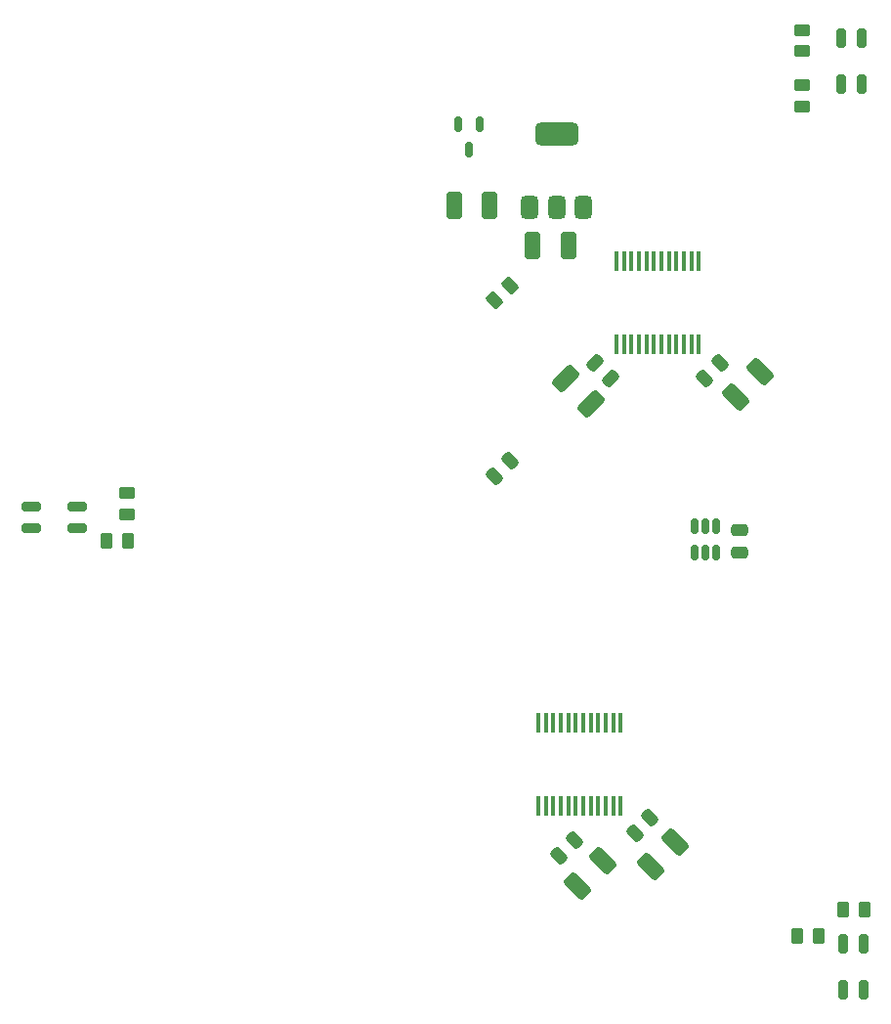
<source format=gbp>
G04 #@! TF.GenerationSoftware,KiCad,Pcbnew,8.0.1*
G04 #@! TF.CreationDate,2024-05-31T17:56:36+02:00*
G04 #@! TF.ProjectId,minisumo_pcb,6d696e69-7375-46d6-9f5f-7063622e6b69,rev?*
G04 #@! TF.SameCoordinates,Original*
G04 #@! TF.FileFunction,Paste,Bot*
G04 #@! TF.FilePolarity,Positive*
%FSLAX46Y46*%
G04 Gerber Fmt 4.6, Leading zero omitted, Abs format (unit mm)*
G04 Created by KiCad (PCBNEW 8.0.1) date 2024-05-31 17:56:36*
%MOMM*%
%LPD*%
G01*
G04 APERTURE LIST*
G04 Aperture macros list*
%AMRoundRect*
0 Rectangle with rounded corners*
0 $1 Rounding radius*
0 $2 $3 $4 $5 $6 $7 $8 $9 X,Y pos of 4 corners*
0 Add a 4 corners polygon primitive as box body*
4,1,4,$2,$3,$4,$5,$6,$7,$8,$9,$2,$3,0*
0 Add four circle primitives for the rounded corners*
1,1,$1+$1,$2,$3*
1,1,$1+$1,$4,$5*
1,1,$1+$1,$6,$7*
1,1,$1+$1,$8,$9*
0 Add four rect primitives between the rounded corners*
20,1,$1+$1,$2,$3,$4,$5,0*
20,1,$1+$1,$4,$5,$6,$7,0*
20,1,$1+$1,$6,$7,$8,$9,0*
20,1,$1+$1,$8,$9,$2,$3,0*%
G04 Aperture macros list end*
%ADD10R,0.450000X1.750000*%
%ADD11RoundRect,0.250000X0.262500X0.450000X-0.262500X0.450000X-0.262500X-0.450000X0.262500X-0.450000X0*%
%ADD12RoundRect,0.250000X-0.159099X0.512652X-0.512652X0.159099X0.159099X-0.512652X0.512652X-0.159099X0*%
%ADD13RoundRect,0.197500X0.632500X-0.197500X0.632500X0.197500X-0.632500X0.197500X-0.632500X-0.197500X0*%
%ADD14RoundRect,0.250000X-0.262500X-0.450000X0.262500X-0.450000X0.262500X0.450000X-0.262500X0.450000X0*%
%ADD15RoundRect,0.250000X0.512652X0.159099X0.159099X0.512652X-0.512652X-0.159099X-0.159099X-0.512652X0*%
%ADD16RoundRect,0.250000X0.945755X0.362392X0.362392X0.945755X-0.945755X-0.362392X-0.362392X-0.945755X0*%
%ADD17RoundRect,0.250000X0.475000X-0.250000X0.475000X0.250000X-0.475000X0.250000X-0.475000X-0.250000X0*%
%ADD18RoundRect,0.250000X-0.362392X0.945755X-0.945755X0.362392X0.362392X-0.945755X0.945755X-0.362392X0*%
%ADD19RoundRect,0.250000X0.362392X-0.945755X0.945755X-0.362392X-0.362392X0.945755X-0.945755X0.362392X0*%
%ADD20RoundRect,0.250000X-0.412500X-0.925000X0.412500X-0.925000X0.412500X0.925000X-0.412500X0.925000X0*%
%ADD21RoundRect,0.150000X-0.150000X0.512500X-0.150000X-0.512500X0.150000X-0.512500X0.150000X0.512500X0*%
%ADD22RoundRect,0.250000X0.159099X-0.512652X0.512652X-0.159099X-0.159099X0.512652X-0.512652X0.159099X0*%
%ADD23RoundRect,0.197500X0.197500X0.632500X-0.197500X0.632500X-0.197500X-0.632500X0.197500X-0.632500X0*%
%ADD24RoundRect,0.250000X0.450000X-0.262500X0.450000X0.262500X-0.450000X0.262500X-0.450000X-0.262500X0*%
%ADD25RoundRect,0.375000X0.375000X-0.625000X0.375000X0.625000X-0.375000X0.625000X-0.375000X-0.625000X0*%
%ADD26RoundRect,0.500000X1.400000X-0.500000X1.400000X0.500000X-1.400000X0.500000X-1.400000X-0.500000X0*%
%ADD27RoundRect,0.250000X0.412500X0.925000X-0.412500X0.925000X-0.412500X-0.925000X0.412500X-0.925000X0*%
%ADD28RoundRect,0.250000X-0.132583X0.503814X-0.503814X0.132583X0.132583X-0.503814X0.503814X-0.132583X0*%
%ADD29RoundRect,0.250000X-0.450000X0.262500X-0.450000X-0.262500X0.450000X-0.262500X0.450000X0.262500X0*%
G04 APERTURE END LIST*
D10*
X125225000Y-120000000D03*
X125875000Y-120000000D03*
X126525000Y-120000001D03*
X127175000Y-120000000D03*
X127824999Y-120000000D03*
X128475000Y-120000000D03*
X129125000Y-120000000D03*
X129775001Y-120000000D03*
X130425000Y-120000000D03*
X131075000Y-120000001D03*
X131725000Y-120000000D03*
X132375000Y-120000000D03*
X132375000Y-127200000D03*
X131725000Y-127200000D03*
X131075000Y-127199999D03*
X130425000Y-127200000D03*
X129775001Y-127200000D03*
X129125000Y-127200000D03*
X128475000Y-127200000D03*
X127824999Y-127200000D03*
X127175000Y-127200000D03*
X126525000Y-127199999D03*
X125875000Y-127200000D03*
X125225000Y-127200000D03*
D11*
X89660035Y-104193216D03*
X87835035Y-104193216D03*
D12*
X134920984Y-128222175D03*
X133577482Y-129565677D03*
D13*
X81247535Y-103093216D03*
X85247535Y-103093216D03*
X81247535Y-101293216D03*
X85247535Y-101293216D03*
D14*
X147663284Y-138443216D03*
X149488284Y-138443216D03*
D12*
X128321141Y-130136218D03*
X126977639Y-131479720D03*
D15*
X131481751Y-90206751D03*
X130138249Y-88863249D03*
D16*
X129809354Y-92344354D03*
X127635000Y-90170000D03*
D17*
X142700000Y-105227499D03*
X142700000Y-103327501D03*
D18*
X130787177Y-131912823D03*
X128612823Y-134087177D03*
D19*
X142297823Y-91772177D03*
X144472177Y-89597823D03*
D20*
X124762500Y-78693216D03*
X127837500Y-78693216D03*
D21*
X118250001Y-68125000D03*
X120149999Y-68125000D03*
X119200000Y-70400000D03*
D14*
X151663284Y-136193216D03*
X153488284Y-136193216D03*
D18*
X137104177Y-130281623D03*
X134929823Y-132455977D03*
D21*
X138750001Y-103002500D03*
X139700000Y-103002500D03*
X140649999Y-103002500D03*
X140649999Y-105277500D03*
X139700000Y-105277500D03*
X138750001Y-105277500D03*
D22*
X139663249Y-90206751D03*
X141006751Y-88863249D03*
D23*
X153442699Y-143116216D03*
X153442699Y-139116216D03*
X151642699Y-143116216D03*
X151642699Y-139116216D03*
D24*
X148075784Y-61855716D03*
X148075784Y-60030716D03*
X148075784Y-66605716D03*
X148075784Y-64780716D03*
D25*
X129100000Y-75343216D03*
X126800000Y-75343215D03*
X124500000Y-75343216D03*
D26*
X126800000Y-69043217D03*
D27*
X121037500Y-75200000D03*
X117962500Y-75200000D03*
D28*
X122745235Y-82154765D03*
X121454765Y-83445235D03*
D29*
X89600000Y-100087500D03*
X89600000Y-101912500D03*
D23*
X153247535Y-64693216D03*
X153247535Y-60693216D03*
X151447535Y-64693216D03*
X151447535Y-60693216D03*
D22*
X121428249Y-98671751D03*
X122771751Y-97328249D03*
D10*
X131997177Y-80047823D03*
X132647177Y-80047823D03*
X133297177Y-80047824D03*
X133947177Y-80047823D03*
X134597176Y-80047823D03*
X135247177Y-80047823D03*
X135897177Y-80047823D03*
X136547178Y-80047823D03*
X137197177Y-80047823D03*
X137847177Y-80047824D03*
X138497177Y-80047823D03*
X139147177Y-80047823D03*
X139147177Y-87247823D03*
X138497177Y-87247823D03*
X137847177Y-87247822D03*
X137197177Y-87247823D03*
X136547178Y-87247823D03*
X135897177Y-87247823D03*
X135247177Y-87247823D03*
X134597176Y-87247823D03*
X133947177Y-87247823D03*
X133297177Y-87247822D03*
X132647177Y-87247823D03*
X131997177Y-87247823D03*
M02*

</source>
